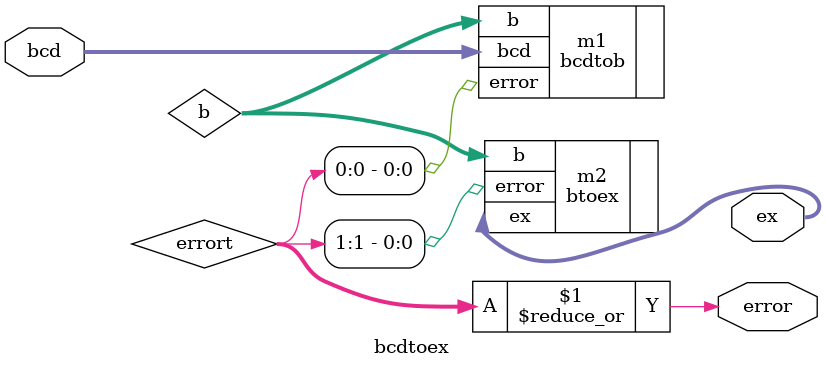
<source format=v>
`timescale 1ns / 1ps


module bcdtoex(
    input [7:0]bcd,
    output [3:0]ex, output error
    );
    wire [3:0]b;
    wire [1:0]errort;
    bcdtob m1(.b(b), .bcd(bcd), .error(errort[0]));
    btoex m2 (.b(b), .ex(ex),.error(errort[1]));
    assign error = |errort;
endmodule

</source>
